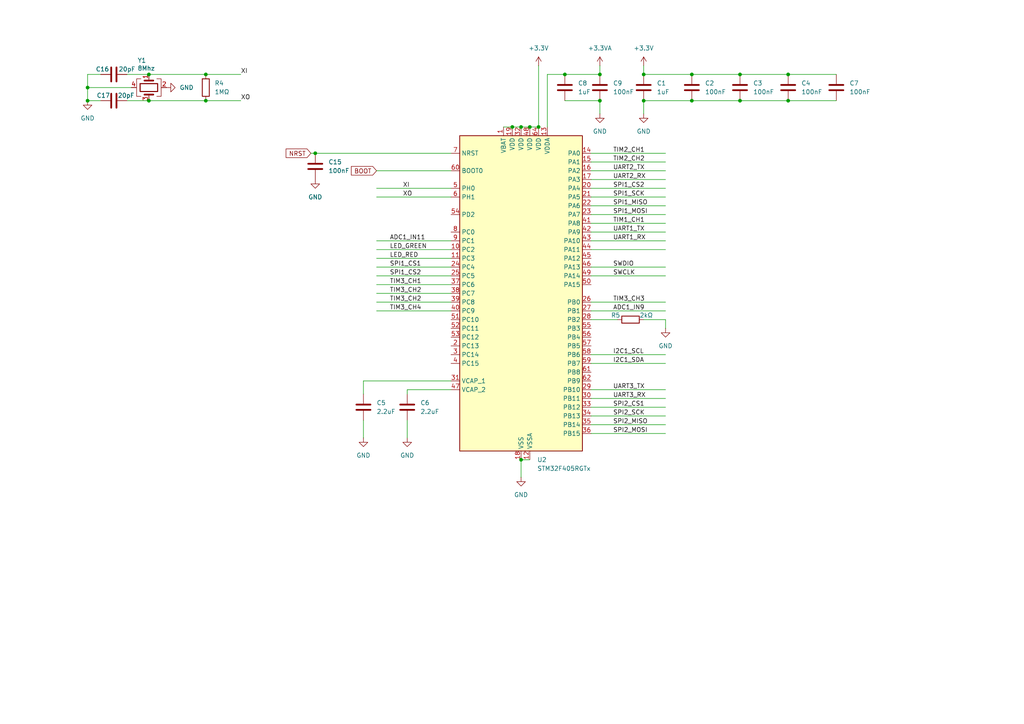
<source format=kicad_sch>
(kicad_sch (version 20250114) (generator "eeschema") (generator_version "9.0")
  (paper "A4")
  (lib_symbols
    (symbol "Device:CAP0402" (pin_numbers (hide yes)) (pin_names (offset 0.254))
      (property "Reference" "C" (at 0.635 2.54 0))
      (property "Value" "?uF" (at 0.635 -2.54 0))
      (symbol "CAP0402_0_1"
        (polyline (pts (xy -2.032 0.762) (xy 2.032 0.762)) (stroke (width 0.508)))
        (polyline (pts (xy -2.032 -0.762) (xy 2.032 -0.762)) (stroke (width 0.508)))
      )
      (symbol "CAP0402_1_1"
        (pin passive line (at 0 3.81 270) (length 2.794) (name "~") (number "1"))
        (pin passive line (at 0 -3.81 90) (length 2.794) (name "~") (number "2"))
      )
    )
    (symbol "Device:Crystal_GND24" (pin_names (offset 1.016) (hide yes))
      (property "Reference" "Y" (at 3.175 5.08 0))
      (property "Value" "Crystal_GND24" (at 3.175 3.175 0))
      (symbol "Crystal_GND24_0_1"
        (polyline (pts (xy -2.54 2.286) (xy -2.54 3.556) (xy 2.54 3.556) (xy 2.54 2.286)))
        (polyline (pts (xy -2.54 0) (xy -2.032 0)))
        (polyline (pts (xy -2.54 -2.286) (xy -2.54 -3.556) (xy 2.54 -3.556) (xy 2.54 -2.286)))
        (polyline (pts (xy -2.032 -1.27) (xy -2.032 1.27)) (stroke (width 0.508)))
        (rectangle (start -1.143 2.54) (end 1.143 -2.54) (stroke (width 0.3048)))
        (polyline (pts (xy 0 3.556) (xy 0 3.81)))
        (polyline (pts (xy 0 -3.81) (xy 0 -3.556)))
        (polyline (pts (xy 2.032 0) (xy 2.54 0)))
        (polyline (pts (xy 2.032 -1.27) (xy 2.032 1.27)) (stroke (width 0.508)))
      )
      (symbol "Crystal_GND24_1_1"
        (pin passive line (at -3.81 0 0) (length 1.27) (name "1") (number "1"))
        (pin passive line (at 0 5.08 270) (length 1.27) (name "2") (number "2"))
        (pin passive line (at 0 -5.08 90) (length 1.27) (name "4") (number "4"))
        (pin passive line (at 3.81 0 180) (length 1.27) (name "3") (number "3"))
      )
    )
    (symbol "Device:RES0402" (pin_numbers (hide yes)) (pin_names (offset 0))
      (property "Reference" "R" (at 2.032 0 90))
      (property "Value" "kΩ" (at 0 0 90))
      (symbol "RES0402_0_1"
        (rectangle (start -1.016 -2.54) (end 1.016 2.54) (stroke (width 0.254)))
      )
      (symbol "RES0402_1_1"
        (pin passive line (at 0 3.81 270) (length 1.27) (name "~") (number "1"))
        (pin passive line (at 0 -3.81 90) (length 1.27) (name "~") (number "2"))
      )
    )
    (symbol "MCU_ST_STM32F4:STM32F405RGTx"
      (property "Reference" "U" (at -17.78 46.99 0))
      (property "Value" "STM32F405RGTx" (at 10.16 46.99 0))
      (symbol "STM32F405RGTx_0_1"
        (rectangle (start -17.78 -45.72) (end 17.78 45.72) (stroke (width 0.254)) (fill (type background)))
      )
      (symbol "STM32F405RGTx_1_1"
        (pin input line (at -20.32 40.64 0) (length 2.54) (name "NRST") (number "7"))
        (pin input line (at -20.32 35.56 0) (length 2.54) (name "BOOT0") (number "60"))
        (pin bidirectional line (at -20.32 30.48 0) (length 2.54) (name "PH0") (number "5"))
        (pin bidirectional line (at -20.32 27.94 0) (length 2.54) (name "PH1") (number "6"))
        (pin bidirectional line (at -20.32 22.86 0) (length 2.54) (name "PD2") (number "54"))
        (pin bidirectional line (at -20.32 17.78 0) (length 2.54) (name "PC0") (number "8"))
        (pin bidirectional line (at -20.32 15.24 0) (length 2.54) (name "PC1") (number "9"))
        (pin bidirectional line (at -20.32 12.7 0) (length 2.54) (name "PC2") (number "10"))
        (pin bidirectional line (at -20.32 10.16 0) (length 2.54) (name "PC3") (number "11"))
        (pin bidirectional line (at -20.32 7.62 0) (length 2.54) (name "PC4") (number "24"))
        (pin bidirectional line (at -20.32 5.08 0) (length 2.54) (name "PC5") (number "25"))
        (pin bidirectional line (at -20.32 2.54 0) (length 2.54) (name "PC6") (number "37"))
        (pin bidirectional line (at -20.32 0 0) (length 2.54) (name "PC7") (number "38"))
        (pin bidirectional line (at -20.32 -2.54 0) (length 2.54) (name "PC8") (number "39"))
        (pin bidirectional line (at -20.32 -5.08 0) (length 2.54) (name "PC9") (number "40"))
        (pin bidirectional line (at -20.32 -7.62 0) (length 2.54) (name "PC10") (number "51"))
        (pin bidirectional line (at -20.32 -10.16 0) (length 2.54) (name "PC11") (number "52"))
        (pin bidirectional line (at -20.32 -12.7 0) (length 2.54) (name "PC12") (number "53"))
        (pin bidirectional line (at -20.32 -15.24 0) (length 2.54) (name "PC13") (number "2"))
        (pin bidirectional line (at -20.32 -17.78 0) (length 2.54) (name "PC14") (number "3"))
        (pin bidirectional line (at -20.32 -20.32 0) (length 2.54) (name "PC15") (number "4"))
        (pin power_out line (at -20.32 -25.4 0) (length 2.54) (name "VCAP_1") (number "31"))
        (pin power_out line (at -20.32 -27.94 0) (length 2.54) (name "VCAP_2") (number "47"))
        (pin power_in line (at -5.08 48.26 270) (length 2.54) (name "VBAT") (number "1"))
        (pin power_in line (at -2.54 48.26 270) (length 2.54) (name "VDD") (number "19"))
        (pin power_in line (at 0 48.26 270) (length 2.54) (name "VDD") (number "32"))
        (pin power_in line (at 0 -48.26 90) (length 2.54) (name "VSS") (number "18"))
        (pin passive line (at 0 -48.26 90) (length 2.54) (hide yes) (name "VSS") (number "63"))
        (pin power_in line (at 2.54 48.26 270) (length 2.54) (name "VDD") (number "48"))
        (pin power_in line (at 2.54 -48.26 90) (length 2.54) (name "VSSA") (number "12"))
        (pin power_in line (at 5.08 48.26 270) (length 2.54) (name "VDD") (number "64"))
        (pin power_in line (at 7.62 48.26 270) (length 2.54) (name "VDDA") (number "13"))
        (pin bidirectional line (at 20.32 40.64 180) (length 2.54) (name "PA0") (number "14"))
        (pin bidirectional line (at 20.32 38.1 180) (length 2.54) (name "PA1") (number "15"))
        (pin bidirectional line (at 20.32 35.56 180) (length 2.54) (name "PA2") (number "16"))
        (pin bidirectional line (at 20.32 33.02 180) (length 2.54) (name "PA3") (number "17"))
        (pin bidirectional line (at 20.32 30.48 180) (length 2.54) (name "PA4") (number "20"))
        (pin bidirectional line (at 20.32 27.94 180) (length 2.54) (name "PA5") (number "21"))
        (pin bidirectional line (at 20.32 25.4 180) (length 2.54) (name "PA6") (number "22"))
        (pin bidirectional line (at 20.32 22.86 180) (length 2.54) (name "PA7") (number "23"))
        (pin bidirectional line (at 20.32 20.32 180) (length 2.54) (name "PA8") (number "41"))
        (pin bidirectional line (at 20.32 17.78 180) (length 2.54) (name "PA9") (number "42"))
        (pin bidirectional line (at 20.32 15.24 180) (length 2.54) (name "PA10") (number "43"))
        (pin bidirectional line (at 20.32 12.7 180) (length 2.54) (name "PA11") (number "44"))
        (pin bidirectional line (at 20.32 10.16 180) (length 2.54) (name "PA12") (number "45"))
        (pin bidirectional line (at 20.32 7.62 180) (length 2.54) (name "PA13") (number "46"))
        (pin bidirectional line (at 20.32 5.08 180) (length 2.54) (name "PA14") (number "49"))
        (pin bidirectional line (at 20.32 2.54 180) (length 2.54) (name "PA15") (number "50"))
        (pin bidirectional line (at 20.32 -2.54 180) (length 2.54) (name "PB0") (number "26"))
        (pin bidirectional line (at 20.32 -5.08 180) (length 2.54) (name "PB1") (number "27"))
        (pin bidirectional line (at 20.32 -7.62 180) (length 2.54) (name "PB2") (number "28"))
        (pin bidirectional line (at 20.32 -10.16 180) (length 2.54) (name "PB3") (number "55"))
        (pin bidirectional line (at 20.32 -12.7 180) (length 2.54) (name "PB4") (number "56"))
        (pin bidirectional line (at 20.32 -15.24 180) (length 2.54) (name "PB5") (number "57"))
        (pin bidirectional line (at 20.32 -17.78 180) (length 2.54) (name "PB6") (number "58"))
        (pin bidirectional line (at 20.32 -20.32 180) (length 2.54) (name "PB7") (number "59"))
        (pin bidirectional line (at 20.32 -22.86 180) (length 2.54) (name "PB8") (number "61"))
        (pin bidirectional line (at 20.32 -25.4 180) (length 2.54) (name "PB9") (number "62"))
        (pin bidirectional line (at 20.32 -27.94 180) (length 2.54) (name "PB10") (number "29"))
        (pin bidirectional line (at 20.32 -30.48 180) (length 2.54) (name "PB11") (number "30"))
        (pin bidirectional line (at 20.32 -33.02 180) (length 2.54) (name "PB12") (number "33"))
        (pin bidirectional line (at 20.32 -35.56 180) (length 2.54) (name "PB13") (number "34"))
        (pin bidirectional line (at 20.32 -38.1 180) (length 2.54) (name "PB14") (number "35"))
        (pin bidirectional line (at 20.32 -40.64 180) (length 2.54) (name "PB15") (number "36"))
      )
    )
    (symbol "power:+3.3V" (power) (pin_numbers (hide yes)) (pin_names (offset 0) (hide yes))
      (property "Value" "+3.3V" (at 0 3.556 0))
      (symbol "+3.3V_0_1"
        (polyline (pts (xy -0.762 1.27) (xy 0 2.54)))
        (polyline (pts (xy 0 2.54) (xy 0.762 1.27)))
        (polyline (pts (xy 0 0) (xy 0 2.54)))
      )
      (symbol "+3.3V_1_1"
        (pin power_in line (at 0 0 90) (length 0) (name "~") (number "1"))
      )
    )
    (symbol "power:+3.3VA" (power) (pin_numbers (hide yes)) (pin_names (offset 0) (hide yes))
      (property "Value" "+3.3VA" (at 0 3.556 0))
      (symbol "+3.3VA_0_1"
        (polyline (pts (xy -0.762 1.27) (xy 0 2.54)))
        (polyline (pts (xy 0 2.54) (xy 0.762 1.27)))
        (polyline (pts (xy 0 0) (xy 0 2.54)))
      )
      (symbol "+3.3VA_1_1"
        (pin power_in line (at 0 0 90) (length 0) (name "~") (number "1"))
      )
    )
    (symbol "power:GND" (power) (pin_numbers (hide yes)) (pin_names (offset 0) (hide yes))
      (property "Value" "GND" (at 0 -3.81 0))
      (symbol "GND_0_1"
        (polyline (pts (xy 0 0) (xy 0 -1.27) (xy 1.27 -1.27) (xy 0 -2.54) (xy -1.27 -1.27) (xy 0 -1.27)))
      )
      (symbol "GND_1_1"
        (pin power_in line (at 0 0 270) (length 0) (name "~") (number "1"))
      )
    )
  )
  (junction (at 156.21 36.83))
  (junction (at 228.6 21.59))
  (junction (at 43.18 29.21))
  (junction (at 148.59 36.83))
  (junction (at 153.67 36.83))
  (junction (at 228.6 29.21))
  (junction (at 43.18 21.59))
  (junction (at 151.13 133.35))
  (junction (at 200.66 29.21))
  (junction (at 186.69 29.21))
  (junction (at 186.69 21.59))
  (junction (at 25.4 29.21))
  (junction (at 200.66 21.59))
  (junction (at 25.4 25.4))
  (junction (at 163.83 21.59))
  (junction (at 214.63 21.59))
  (junction (at 151.13 36.83))
  (junction (at 91.44 44.45))
  (junction (at 59.69 29.21))
  (junction (at 59.69 21.59))
  (junction (at 173.99 21.59))
  (junction (at 173.99 29.21))
  (junction (at 214.63 29.21))
  (wire (pts (xy 173.99 29.21) (xy 173.99 33.02)))
  (wire (pts (xy 171.45 49.53) (xy 193.04 49.53)))
  (wire (pts (xy 148.59 36.83) (xy 151.13 36.83)))
  (wire (pts (xy 228.6 29.21) (xy 242.57 29.21)))
  (wire (pts (xy 186.69 29.21) (xy 186.69 33.02)))
  (wire (pts (xy 200.66 21.59) (xy 214.63 21.59)))
  (wire (pts (xy 151.13 133.35) (xy 153.67 133.35)))
  (wire (pts (xy 171.45 52.07) (xy 193.04 52.07)))
  (wire (pts (xy 171.45 105.41) (xy 193.04 105.41)))
  (wire (pts (xy 186.69 21.59) (xy 200.66 21.59)))
  (wire (pts (xy 105.41 110.49) (xy 105.41 114.3)))
  (wire (pts (xy 109.22 90.17) (xy 130.81 90.17)))
  (wire (pts (xy 153.67 36.83) (xy 156.21 36.83)))
  (wire (pts (xy 171.45 80.01) (xy 193.04 80.01)))
  (wire (pts (xy 25.4 29.21) (xy 29.21 29.21)))
  (wire (pts (xy 151.13 36.83) (xy 153.67 36.83)))
  (wire (pts (xy 171.45 67.31) (xy 193.04 67.31)))
  (wire (pts (xy 36.83 21.59) (xy 43.18 21.59)))
  (wire (pts (xy 36.83 29.21) (xy 43.18 29.21)))
  (wire (pts (xy 200.66 29.21) (xy 214.63 29.21)))
  (wire (pts (xy 158.75 21.59) (xy 163.83 21.59)))
  (wire (pts (xy 109.22 57.15) (xy 130.81 57.15)))
  (wire (pts (xy 171.45 125.73) (xy 193.04 125.73)))
  (wire (pts (xy 109.22 82.55) (xy 130.81 82.55)))
  (wire (pts (xy 171.45 123.19) (xy 193.04 123.19)))
  (wire (pts (xy 109.22 49.53) (xy 130.81 49.53)))
  (wire (pts (xy 186.69 29.21) (xy 200.66 29.21)))
  (wire (pts (xy 158.75 36.83) (xy 158.75 21.59)))
  (wire (pts (xy 171.45 102.87) (xy 193.04 102.87)))
  (wire (pts (xy 171.45 54.61) (xy 193.04 54.61)))
  (wire (pts (xy 118.11 121.92) (xy 118.11 127)))
  (wire (pts (xy 228.6 21.59) (xy 242.57 21.59)))
  (wire (pts (xy 171.45 46.99) (xy 193.04 46.99)))
  (wire (pts (xy 109.22 72.39) (xy 130.81 72.39)))
  (wire (pts (xy 171.45 115.57) (xy 193.04 115.57)))
  (wire (pts (xy 171.45 72.39) (xy 193.04 72.39)))
  (wire (pts (xy 173.99 19.05) (xy 173.99 21.59)))
  (wire (pts (xy 171.45 69.85) (xy 193.04 69.85)))
  (wire (pts (xy 171.45 90.17) (xy 193.04 90.17)))
  (wire (pts (xy 130.81 110.49) (xy 105.41 110.49)))
  (wire (pts (xy 43.18 29.21) (xy 59.69 29.21)))
  (wire (pts (xy 163.83 21.59) (xy 173.99 21.59)))
  (wire (pts (xy 59.69 21.59) (xy 69.85 21.59)))
  (wire (pts (xy 193.04 92.71) (xy 193.04 95.25)))
  (wire (pts (xy 109.22 69.85) (xy 130.81 69.85)))
  (wire (pts (xy 171.45 120.65) (xy 193.04 120.65)))
  (wire (pts (xy 90.17 44.45) (xy 91.44 44.45)))
  (wire (pts (xy 163.83 29.21) (xy 173.99 29.21)))
  (wire (pts (xy 156.21 19.05) (xy 156.21 36.83)))
  (wire (pts (xy 214.63 29.21) (xy 228.6 29.21)))
  (wire (pts (xy 25.4 21.59) (xy 25.4 25.4)))
  (wire (pts (xy 118.11 114.3) (xy 118.11 113.03)))
  (wire (pts (xy 171.45 118.11) (xy 193.04 118.11)))
  (wire (pts (xy 186.69 19.05) (xy 186.69 21.59)))
  (wire (pts (xy 214.63 21.59) (xy 228.6 21.59)))
  (wire (pts (xy 109.22 77.47) (xy 130.81 77.47)))
  (wire (pts (xy 146.05 36.83) (xy 148.59 36.83)))
  (wire (pts (xy 25.4 25.4) (xy 25.4 29.21)))
  (wire (pts (xy 29.21 21.59) (xy 25.4 21.59)))
  (wire (pts (xy 171.45 87.63) (xy 193.04 87.63)))
  (wire (pts (xy 171.45 64.77) (xy 193.04 64.77)))
  (wire (pts (xy 171.45 62.23) (xy 193.04 62.23)))
  (wire (pts (xy 109.22 74.93) (xy 130.81 74.93)))
  (wire (pts (xy 91.44 44.45) (xy 130.81 44.45)))
  (wire (pts (xy 171.45 57.15) (xy 193.04 57.15)))
  (wire (pts (xy 186.69 92.71) (xy 193.04 92.71)))
  (wire (pts (xy 109.22 87.63) (xy 130.81 87.63)))
  (wire (pts (xy 171.45 59.69) (xy 193.04 59.69)))
  (wire (pts (xy 171.45 113.03) (xy 193.04 113.03)))
  (wire (pts (xy 59.69 29.21) (xy 69.85 29.21)))
  (wire (pts (xy 171.45 44.45) (xy 193.04 44.45)))
  (wire (pts (xy 109.22 85.09) (xy 130.81 85.09)))
  (wire (pts (xy 105.41 121.92) (xy 105.41 127)))
  (wire (pts (xy 171.45 77.47) (xy 193.04 77.47)))
  (wire (pts (xy 43.18 21.59) (xy 59.69 21.59)))
  (wire (pts (xy 171.45 92.71) (xy 179.07 92.71)))
  (wire (pts (xy 109.22 54.61) (xy 130.81 54.61)))
  (wire (pts (xy 25.4 25.4) (xy 38.1 25.4)))
  (wire (pts (xy 118.11 113.03) (xy 130.81 113.03)))
  (wire (pts (xy 109.22 80.01) (xy 130.81 80.01)))
  (wire (pts (xy 151.13 133.35) (xy 151.13 138.43)))
  (label "LED_RED" (at 113.03 74.93 0))
  (label "I2C1_SDA" (at 177.8 105.41 0))
  (label "I2C1_SCL" (at 177.8 102.87 0))
  (label "SPI1_MISO" (at 177.8 59.69 0))
  (label "SPI2_SCK" (at 177.8 120.65 0))
  (label "UART1_RX" (at 177.8 69.85 0))
  (label "TIM1_CH1" (at 177.8 64.77 0))
  (label "SPI1_SCK" (at 177.8 57.15 0))
  (label "TIM3_CH2" (at 113.03 87.63 0))
  (label "TIM2_CH1" (at 177.8 44.45 0))
  (label "SPI2_MOSI" (at 177.8 125.73 0))
  (label "XI" (at 69.85 21.59 0))
  (label "SPI2_CS1" (at 177.8 118.11 0))
  (label "TIM3_CH4" (at 113.03 90.17 0))
  (label "UART3_TX" (at 177.8 113.03 0))
  (label "SPI1_CS2" (at 113.03 80.01 0))
  (label "TIM3_CH3" (at 177.8 87.63 0))
  (label "UART3_RX" (at 177.8 115.57 0))
  (label "XO" (at 116.84 57.15 0))
  (label "XO" (at 69.85 29.21 0))
  (label "SWCLK" (at 177.8 80.01 0))
  (label "ADC1_IN11" (at 113.03 69.85 0))
  (label "UART1_TX" (at 177.8 67.31 0))
  (label "SPI1_CS1" (at 113.03 77.47 0))
  (label "SWDIO" (at 177.8 77.47 0))
  (label "SPI1_CS2" (at 177.8 54.61 0))
  (label "TIM3_CH1" (at 113.03 82.55 0))
  (label "XI" (at 116.84 54.61 0))
  (label "SPI1_MOSI" (at 177.8 62.23 0))
  (label "SPI2_MISO" (at 177.8 123.19 0))
  (label "UART2_RX" (at 177.8 52.07 0))
  (label "UART2_TX" (at 177.8 49.53 0))
  (label "ADC1_IN9" (at 177.8 90.17 0))
  (label "TIM2_CH2" (at 177.8 46.99 0))
  (label "TIM3_CH2" (at 113.03 85.09 0))
  (label "LED_GREEN" (at 113.03 72.39 0))
  (global_label "BOOT" (shape input) (at 109.22 49.53 180) (property "Intersheetrefs" "${INTERSHEET_REFS}" (effects (hide yes))))
  (global_label "NRST" (shape input) (at 90.17 44.45 180) (property "Intersheetrefs" "${INTERSHEET_REFS}" (effects (hide yes))))
  (symbol (lib_id "Device:RES0402") (at 182.88 92.71 90) (unit 1)
    (property "Reference" "R5" (at 178.562 91.44 90))
    (property "Value" "2kΩ" (at 187.452 91.44 90))
    (property "Footprint" "Resistor_SMD:R_0402_1005Metric" (effects (hide yes)))
    (property "Description" "Resistor" (effects (hide yes)))
  )
  (symbol (lib_id "Device:CAP0402") (at 163.83 25.4 0) (unit 1)
    (property "Reference" "C8" (at 167.64 24.1299 0) (effects (justify left)))
    (property "Value" "1uF" (at 167.64 26.6699 0) (effects (justify left)))
    (property "Footprint" "Capacitor_SMD:C_0402_1005Metric" (effects (hide yes)))
    (property "Description" "Unpolarized capacitor" (effects (hide yes)))
  )
  (symbol (lib_id "Device:CAP0402") (at 228.6 25.4 0) (unit 1)
    (property "Reference" "C4" (at 232.41 24.1299 0) (effects (justify left)))
    (property "Value" "100nF" (at 232.41 26.6699 0) (effects (justify left)))
    (property "Footprint" "Capacitor_SMD:C_0402_1005Metric" (effects (hide yes)))
    (property "Description" "Unpolarized capacitor" (effects (hide yes)))
  )
  (symbol (lib_id "power:+3.3V") (at 156.21 19.05 0) (unit 1)
    (property "Reference" "#PWR03" (effects (hide yes)))
    (property "Value" "+3.3V" (at 156.21 13.97 0))
    (property "Description" "Power symbol creates a global label with name \"+3.3V\"" (effects (hide yes)))
  )
  (symbol (lib_id "Device:CAP0402") (at 186.69 25.4 0) (unit 1)
    (property "Reference" "C1" (at 190.5 24.1299 0) (effects (justify left)))
    (property "Value" "1uF" (at 190.5 26.6699 0) (effects (justify left)))
    (property "Footprint" "Capacitor_SMD:C_0402_1005Metric" (effects (hide yes)))
    (property "Description" "Unpolarized capacitor" (effects (hide yes)))
  )
  (symbol (lib_id "Device:CAP0402") (at 118.11 118.11 0) (unit 1)
    (property "Reference" "C6" (at 121.92 116.8399 0) (effects (justify left)))
    (property "Value" "2.2uF" (at 121.92 119.3799 0) (effects (justify left)))
    (property "Footprint" "Capacitor_SMD:C_0402_1005Metric" (effects (hide yes)))
    (property "Description" "Unpolarized capacitor" (effects (hide yes)))
  )
  (symbol (lib_id "power:GND") (at 173.99 33.02 0) (unit 1)
    (property "Reference" "#PWR013" (effects (hide yes)))
    (property "Value" "GND" (at 173.99 38.1 0))
    (property "Description" "Power symbol creates a global label with name \"GND\" , ground" (effects (hide yes)))
  )
  (symbol (lib_id "Device:CAP0402") (at 33.02 29.21 90) (unit 1)
    (property "Reference" "C17" (at 29.972 27.686 90))
    (property "Value" "20pF" (at 36.576 27.686 90))
    (property "Footprint" "Capacitor_SMD:C_0402_1005Metric" (effects (hide yes)))
    (property "Description" "Unpolarized capacitor" (effects (hide yes)))
  )
  (symbol (lib_id "power:GND") (at 118.11 127 0) (unit 1)
    (property "Reference" "#PWR05" (effects (hide yes)))
    (property "Value" "GND" (at 118.11 132.08 0))
    (property "Description" "Power symbol creates a global label with name \"GND\" , ground" (effects (hide yes)))
  )
  (symbol (lib_id "MCU_ST_STM32F4:STM32F405RGTx") (at 151.13 85.09 0) (unit 1)
    (property "Reference" "U2" (at 155.8133 133.35 0) (effects (justify left)))
    (property "Value" "STM32F405RGTx" (at 155.8133 135.89 0) (effects (justify left)))
    (property "Footprint" "Package_QFP:LQFP-64_10x10mm_P0.5mm" (effects (hide yes)))
    (property "Datasheet" "https://www.st.com/resource/en/datasheet/stm32f405rg.pdf" (effects (hide yes)))
    (property "Description" "STMicroelectronics Arm Cortex-M4 MCU, 1024KB flash, 192KB RAM, 168 MHz, 1.8-3.6V, 51 GPIO, LQFP64" (effects (hide yes)))
  )
  (symbol (lib_id "power:+3.3V") (at 186.69 19.05 0) (unit 1)
    (property "Reference" "#PWR010" (effects (hide yes)))
    (property "Value" "+3.3V" (at 186.69 13.97 0))
    (property "Description" "Power symbol creates a global label with name \"+3.3V\"" (effects (hide yes)))
  )
  (symbol (lib_id "power:GND") (at 105.41 127 0) (unit 1)
    (property "Reference" "#PWR04" (effects (hide yes)))
    (property "Value" "GND" (at 105.41 132.08 0))
    (property "Description" "Power symbol creates a global label with name \"GND\" , ground" (effects (hide yes)))
  )
  (symbol (lib_id "Device:RES0402") (at 59.69 25.4 0) (unit 1)
    (property "Reference" "R4" (at 62.23 24.1299 0) (effects (justify left)))
    (property "Value" "1MΩ" (at 62.23 26.6699 0) (effects (justify left)))
    (property "Footprint" "Resistor_SMD:R_0402_1005Metric" (effects (hide yes)))
    (property "Description" "Resistor" (effects (hide yes)))
  )
  (symbol (lib_id "Device:CAP0402") (at 33.02 21.59 90) (unit 1)
    (property "Reference" "C16" (at 29.718 20.066 90))
    (property "Value" "20pF" (at 36.83 20.066 90))
    (property "Footprint" "Capacitor_SMD:C_0402_1005Metric" (effects (hide yes)))
    (property "Description" "Unpolarized capacitor" (effects (hide yes)))
  )
  (symbol (lib_id "Device:CAP0402") (at 91.44 48.26 0) (unit 1)
    (property "Reference" "C15" (at 95.25 46.9899 0) (effects (justify left)))
    (property "Value" "100nF" (at 95.25 49.5299 0) (effects (justify left)))
    (property "Footprint" "Capacitor_SMD:C_0402_1005Metric" (effects (hide yes)))
    (property "Description" "Unpolarized capacitor" (effects (hide yes)))
  )
  (symbol (lib_id "Device:CAP0402") (at 214.63 25.4 0) (unit 1)
    (property "Reference" "C3" (at 218.44 24.1299 0) (effects (justify left)))
    (property "Value" "100nF" (at 218.44 26.6699 0) (effects (justify left)))
    (property "Footprint" "Capacitor_SMD:C_0402_1005Metric" (effects (hide yes)))
    (property "Description" "Unpolarized capacitor" (effects (hide yes)))
  )
  (symbol (lib_id "power:GND") (at 48.26 25.4 90) (unit 1)
    (property "Reference" "#PWR023" (effects (hide yes)))
    (property "Value" "GND" (at 52.07 25.3999 90) (effects (justify right)))
    (property "Description" "Power symbol creates a global label with name \"GND\" , ground" (effects (hide yes)))
  )
  (symbol (lib_id "Device:CAP0402") (at 200.66 25.4 0) (unit 1)
    (property "Reference" "C2" (at 204.47 24.1299 0) (effects (justify left)))
    (property "Value" "100nF" (at 204.47 26.6699 0) (effects (justify left)))
    (property "Footprint" "Capacitor_SMD:C_0402_1005Metric" (effects (hide yes)))
    (property "Description" "Unpolarized capacitor" (effects (hide yes)))
  )
  (symbol (lib_id "Device:Crystal_GND24") (at 43.18 25.4 270) (unit 1)
    (property "Reference" "Y1" (at 41.148 17.526 90))
    (property "Value" "8Mhz" (at 42.418 19.812 90))
    (property "Footprint" "Crystal:Crystal_SMD_3225-4Pin_3.2x2.5mm" (effects (hide yes)))
    (property "Description" "Four pin crystal, GND on pins 2 and 4" (effects (hide yes)))
  )
  (symbol (lib_id "power:GND") (at 91.44 52.07 0) (unit 1)
    (property "Reference" "#PWR021" (effects (hide yes)))
    (property "Value" "GND" (at 91.44 57.15 0))
    (property "Description" "Power symbol creates a global label with name \"GND\" , ground" (effects (hide yes)))
  )
  (symbol (lib_id "Device:CAP0402") (at 173.99 25.4 0) (unit 1)
    (property "Reference" "C9" (at 177.8 24.1299 0) (effects (justify left)))
    (property "Value" "100nF" (at 177.8 26.6699 0) (effects (justify left)))
    (property "Footprint" "Capacitor_SMD:C_0402_1005Metric" (effects (hide yes)))
    (property "Description" "Unpolarized capacitor" (effects (hide yes)))
  )
  (symbol (lib_id "power:GND") (at 193.04 95.25 0) (unit 1)
    (property "Reference" "#PWR024" (effects (hide yes)))
    (property "Value" "GND" (at 193.04 100.33 0))
    (property "Description" "Power symbol creates a global label with name \"GND\" , ground" (effects (hide yes)))
  )
  (symbol (lib_id "Device:CAP0402") (at 105.41 118.11 0) (unit 1)
    (property "Reference" "C5" (at 109.22 116.8399 0) (effects (justify left)))
    (property "Value" "2.2uF" (at 109.22 119.3799 0) (effects (justify left)))
    (property "Footprint" "Capacitor_SMD:C_0402_1005Metric" (effects (hide yes)))
    (property "Description" "Unpolarized capacitor" (effects (hide yes)))
  )
  (symbol (lib_id "Device:CAP0402") (at 242.57 25.4 0) (unit 1)
    (property "Reference" "C7" (at 246.38 24.1299 0) (effects (justify left)))
    (property "Value" "100nF" (at 246.38 26.6699 0) (effects (justify left)))
    (property "Footprint" "Capacitor_SMD:C_0402_1005Metric" (effects (hide yes)))
    (property "Description" "Unpolarized capacitor" (effects (hide yes)))
  )
  (symbol (lib_id "power:GND") (at 25.4 29.21 0) (unit 1)
    (property "Reference" "#PWR022" (effects (hide yes)))
    (property "Value" "GND" (at 25.4 34.29 0))
    (property "Description" "Power symbol creates a global label with name \"GND\" , ground" (effects (hide yes)))
  )
  (symbol (lib_id "power:+3.3VA") (at 173.99 19.05 0) (unit 1)
    (property "Reference" "#PWR012" (effects (hide yes)))
    (property "Value" "+3.3VA" (at 173.99 13.97 0))
    (property "Description" "Power symbol creates a global label with name \"+3.3VA\"" (effects (hide yes)))
  )
  (symbol (lib_id "power:GND") (at 186.69 33.02 0) (unit 1)
    (property "Reference" "#PWR011" (effects (hide yes)))
    (property "Value" "GND" (at 186.69 38.1 0))
    (property "Description" "Power symbol creates a global label with name \"GND\" , ground" (effects (hide yes)))
  )
  (symbol (lib_id "power:GND") (at 151.13 138.43 0) (unit 1)
    (property "Reference" "#PWR06" (effects (hide yes)))
    (property "Value" "GND" (at 151.13 143.51 0))
    (property "Description" "Power symbol creates a global label with name \"GND\" , ground" (effects (hide yes)))
  )
)
</source>
